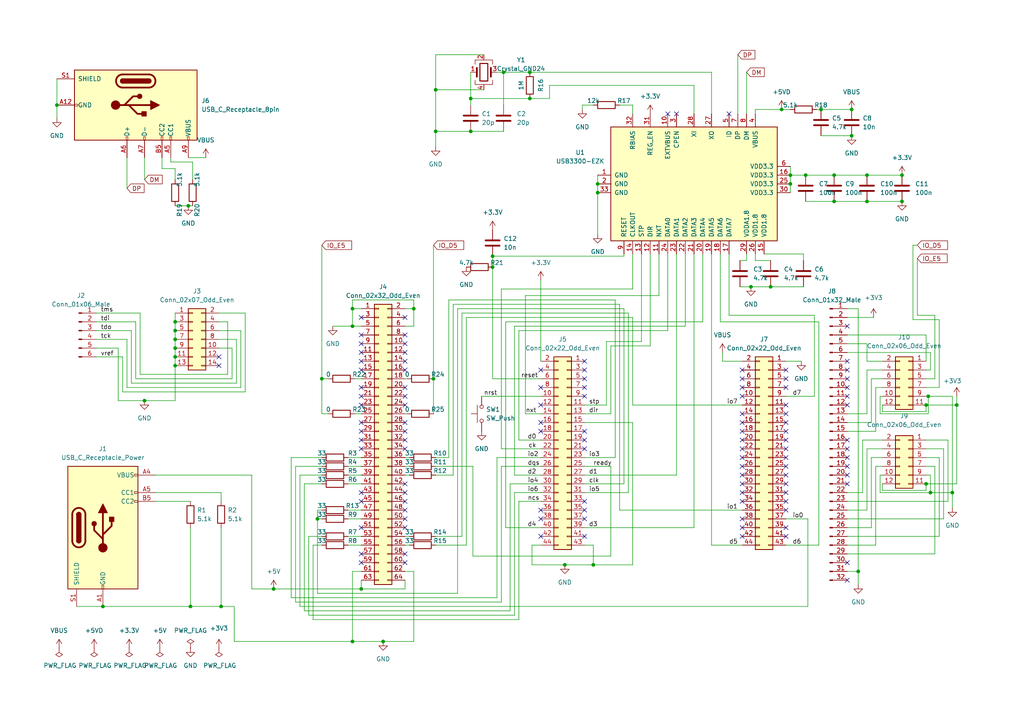
<source format=kicad_sch>
(kicad_sch (version 20211123) (generator eeschema)
  (paper "A4")
  (junction (at 142.875 77.47))
  (junction (at 50.8 106.045))
  (junction (at 50.8 103.505))
  (junction (at 111.125 186.055))
  (junction (at 120.015 89.535))
  (junction (at 50.8 95.885))
  (junction (at 226.695 31.75))
  (junction (at 251.46 58.42))
  (junction (at 93.345 109.855))
  (junction (at 153.67 28.575))
  (junction (at 172.085 163.83))
  (junction (at 241.935 58.42))
  (junction (at 269.24 114.935))
  (junction (at 247.015 39.37))
  (junction (at 41.91 116.205))
  (junction (at 136.525 28.575))
  (junction (at 223.52 83.185))
  (junction (at 173.355 55.88))
  (junction (at 277.495 117.475))
  (junction (at 50.8 93.345))
  (junction (at 136.525 38.1))
  (junction (at 146.05 20.955))
  (junction (at 16.51 30.48))
  (junction (at 229.235 53.34))
  (junction (at 248.92 165.735))
  (junction (at 261.62 58.42))
  (junction (at 163.83 163.83))
  (junction (at 173.355 53.34))
  (junction (at 268.605 117.475))
  (junction (at 64.135 175.895))
  (junction (at 125.73 109.855))
  (junction (at 104.775 170.815))
  (junction (at 92.075 150.495))
  (junction (at 269.875 142.875))
  (junction (at 247.015 31.75))
  (junction (at 153.67 20.955))
  (junction (at 50.8 100.965))
  (junction (at 50.8 98.425))
  (junction (at 261.62 50.8))
  (junction (at 238.125 31.75))
  (junction (at 102.235 94.615))
  (junction (at 276.225 142.875))
  (junction (at 217.805 83.185))
  (junction (at 102.235 89.535))
  (junction (at 54.61 59.69))
  (junction (at 126.365 26.035))
  (junction (at 29.845 175.895))
  (junction (at 55.245 175.895))
  (junction (at 241.935 50.8))
  (junction (at 142.875 74.295))
  (junction (at 126.365 38.1))
  (junction (at 229.235 50.8))
  (junction (at 251.46 50.8))
  (junction (at 102.235 186.055))
  (junction (at 233.68 50.8))
  (junction (at 79.375 170.815))
  (junction (at 268.605 140.335))
  (no_connect (at 215.265 114.935))
  (no_connect (at 245.745 107.315))
  (no_connect (at 245.745 94.615))
  (no_connect (at 245.745 140.335))
  (no_connect (at 117.475 127.635))
  (no_connect (at 227.965 112.395))
  (no_connect (at 215.265 125.095))
  (no_connect (at 227.965 142.875))
  (no_connect (at 117.475 92.075))
  (no_connect (at 245.745 109.855))
  (no_connect (at 169.545 127.635))
  (no_connect (at 215.265 137.795))
  (no_connect (at 215.265 153.035))
  (no_connect (at 215.265 132.715))
  (no_connect (at 227.965 109.855))
  (no_connect (at 117.475 104.775))
  (no_connect (at 156.845 155.575))
  (no_connect (at 117.475 99.695))
  (no_connect (at 227.965 155.575))
  (no_connect (at 227.965 147.955))
  (no_connect (at 227.965 127.635))
  (no_connect (at 117.475 125.095))
  (no_connect (at 117.475 142.875))
  (no_connect (at 117.475 145.415))
  (no_connect (at 104.775 145.415))
  (no_connect (at 193.675 33.02))
  (no_connect (at 196.215 33.02))
  (no_connect (at 211.455 33.02))
  (no_connect (at 117.475 130.175))
  (no_connect (at 117.475 122.555))
  (no_connect (at 227.965 135.255))
  (no_connect (at 245.745 117.475))
  (no_connect (at 215.265 127.635))
  (no_connect (at 104.775 114.935))
  (no_connect (at 104.775 142.875))
  (no_connect (at 227.965 137.795))
  (no_connect (at 117.475 107.315))
  (no_connect (at 215.265 109.855))
  (no_connect (at 104.775 127.635))
  (no_connect (at 117.475 102.235))
  (no_connect (at 156.845 125.095))
  (no_connect (at 169.545 125.095))
  (no_connect (at 117.475 160.655))
  (no_connect (at 169.545 145.415))
  (no_connect (at 104.775 160.655))
  (no_connect (at 117.475 163.195))
  (no_connect (at 117.475 153.035))
  (no_connect (at 117.475 147.955))
  (no_connect (at 104.775 153.035))
  (no_connect (at 169.545 155.575))
  (no_connect (at 63.5 106.045))
  (no_connect (at 63.5 103.505))
  (no_connect (at 227.965 153.035))
  (no_connect (at 227.965 122.555))
  (no_connect (at 117.475 114.935))
  (no_connect (at 215.265 135.255))
  (no_connect (at 104.775 125.095))
  (no_connect (at 245.745 114.935))
  (no_connect (at 245.745 104.775))
  (no_connect (at 104.775 112.395))
  (no_connect (at 104.775 130.175))
  (no_connect (at 104.775 117.475))
  (no_connect (at 245.745 130.175))
  (no_connect (at 227.965 130.175))
  (no_connect (at 227.965 145.415))
  (no_connect (at 227.965 120.015))
  (no_connect (at 215.265 142.875))
  (no_connect (at 117.475 97.155))
  (no_connect (at 215.265 107.315))
  (no_connect (at 104.775 163.195))
  (no_connect (at 245.745 135.255))
  (no_connect (at 104.775 107.315))
  (no_connect (at 104.775 104.775))
  (no_connect (at 104.775 102.235))
  (no_connect (at 104.775 92.075))
  (no_connect (at 104.775 97.155))
  (no_connect (at 104.775 99.695))
  (no_connect (at 117.475 140.335))
  (no_connect (at 156.845 122.555))
  (no_connect (at 156.845 117.475))
  (no_connect (at 156.845 112.395))
  (no_connect (at 156.845 107.315))
  (no_connect (at 104.775 122.555))
  (no_connect (at 169.545 107.315))
  (no_connect (at 169.545 114.935))
  (no_connect (at 169.545 147.955))
  (no_connect (at 156.845 147.955))
  (no_connect (at 169.545 150.495))
  (no_connect (at 156.845 150.495))
  (no_connect (at 169.545 109.855))
  (no_connect (at 169.545 112.395))
  (no_connect (at 169.545 104.775))
  (no_connect (at 169.545 130.175))
  (no_connect (at 215.265 145.415))
  (no_connect (at 215.265 112.395))
  (no_connect (at 245.745 132.715))
  (no_connect (at 245.745 137.795))
  (no_connect (at 215.265 122.555))
  (no_connect (at 215.265 120.015))
  (no_connect (at 245.745 127.635))
  (no_connect (at 117.475 117.475))
  (no_connect (at 227.965 132.715))
  (no_connect (at 215.265 150.495))
  (no_connect (at 227.965 117.475))
  (no_connect (at 117.475 112.395))
  (no_connect (at 245.745 112.395))
  (no_connect (at 227.965 140.335))
  (no_connect (at 215.265 130.175))
  (no_connect (at 215.265 140.335))
  (no_connect (at 227.965 125.095))
  (no_connect (at 245.745 168.275))
  (no_connect (at 245.745 163.195))
  (no_connect (at 117.475 150.495))
  (no_connect (at 227.965 107.315))
  (no_connect (at 215.265 155.575))
  (wire (pts (xy 137.16 135.255) (xy 126.365 135.255)))
  (wire (pts (xy 137.16 161.29) (xy 137.16 135.255)))
  (wire (pts (xy 173.355 50.8) (xy 173.355 53.34)))
  (wire (pts (xy 241.935 58.42) (xy 251.46 58.42)))
  (wire (pts (xy 86.995 175.895) (xy 234.315 175.895)))
  (wire (pts (xy 268.605 140.335) (xy 277.495 140.335)))
  (wire (pts (xy 255.27 137.795) (xy 255.27 142.875)))
  (wire (pts (xy 237.49 93.345) (xy 208.915 93.345)))
  (wire (pts (xy 85.725 135.255) (xy 93.345 135.255)))
  (wire (pts (xy 255.905 142.24) (xy 268.605 142.24)))
  (wire (pts (xy 179.705 30.48) (xy 183.515 30.48)))
  (wire (pts (xy 126.365 38.1) (xy 126.365 42.545)))
  (wire (pts (xy 156.845 109.855) (xy 142.875 109.855)))
  (wire (pts (xy 276.225 142.875) (xy 276.225 147.32)))
  (wire (pts (xy 156.845 137.795) (xy 149.225 137.795)))
  (wire (pts (xy 156.845 158.115) (xy 154.305 158.115)))
  (wire (pts (xy 71.12 90.805) (xy 63.5 90.805)))
  (wire (pts (xy 35.56 103.505) (xy 35.56 113.665)))
  (wire (pts (xy 118.11 109.855) (xy 117.475 109.855)))
  (wire (pts (xy 27.94 98.425) (xy 36.83 98.425)))
  (wire (pts (xy 131.445 137.795) (xy 131.445 88.265)))
  (wire (pts (xy 177.165 120.015) (xy 177.165 100.33)))
  (wire (pts (xy 39.37 109.855) (xy 67.31 109.855)))
  (wire (pts (xy 272.415 92.71) (xy 272.415 112.395)))
  (wire (pts (xy 233.68 50.8) (xy 241.935 50.8)))
  (wire (pts (xy 54.61 59.69) (xy 55.88 59.69)))
  (wire (pts (xy 126.365 26.035) (xy 126.365 38.1)))
  (wire (pts (xy 125.73 71.12) (xy 125.73 109.855)))
  (wire (pts (xy 55.245 153.035) (xy 55.245 175.895)))
  (wire (pts (xy 169.545 135.255) (xy 177.165 135.255)))
  (wire (pts (xy 117.475 120.015) (xy 118.11 120.015)))
  (wire (pts (xy 272.415 132.715) (xy 268.605 132.715)))
  (wire (pts (xy 100.965 147.955) (xy 104.775 147.955)))
  (wire (pts (xy 132.715 89.535) (xy 132.715 172.085)))
  (wire (pts (xy 153.67 20.955) (xy 206.375 20.955)))
  (wire (pts (xy 245.745 120.015) (xy 251.46 120.015)))
  (wire (pts (xy 67.945 186.055) (xy 102.235 186.055)))
  (wire (pts (xy 92.075 150.495) (xy 93.345 150.495)))
  (wire (pts (xy 100.965 140.335) (xy 104.775 140.335)))
  (wire (pts (xy 41.91 45.72) (xy 41.91 52.07)))
  (wire (pts (xy 156.845 153.035) (xy 146.685 153.035)))
  (wire (pts (xy 248.92 165.735) (xy 245.745 165.735)))
  (wire (pts (xy 73.025 170.815) (xy 79.375 170.815)))
  (wire (pts (xy 145.415 174.625) (xy 85.725 174.625)))
  (wire (pts (xy 183.515 122.555) (xy 183.515 163.83)))
  (wire (pts (xy 251.46 58.42) (xy 261.62 58.42)))
  (wire (pts (xy 268.605 97.155) (xy 268.605 104.775)))
  (wire (pts (xy 50.8 90.805) (xy 50.8 93.345)))
  (wire (pts (xy 179.705 147.955) (xy 215.265 147.955)))
  (wire (pts (xy 193.675 95.885) (xy 193.675 73.66)))
  (wire (pts (xy 172.085 163.83) (xy 183.515 163.83)))
  (wire (pts (xy 255.905 135.255) (xy 254 135.255)))
  (wire (pts (xy 169.545 142.875) (xy 182.245 142.875)))
  (wire (pts (xy 183.515 92.075) (xy 135.255 92.075)))
  (wire (pts (xy 268.605 114.935) (xy 269.24 114.935)))
  (wire (pts (xy 268.605 119.38) (xy 268.605 117.475)))
  (wire (pts (xy 46.99 45.72) (xy 46.99 48.895)))
  (wire (pts (xy 100.965 155.575) (xy 104.775 155.575)))
  (wire (pts (xy 245.745 102.235) (xy 269.875 102.235)))
  (wire (pts (xy 233.68 58.42) (xy 241.935 58.42)))
  (wire (pts (xy 120.015 165.735) (xy 117.475 165.735)))
  (wire (pts (xy 27.94 93.345) (xy 39.37 93.345)))
  (wire (pts (xy 173.355 55.88) (xy 173.355 67.945)))
  (wire (pts (xy 102.235 186.055) (xy 111.125 186.055)))
  (wire (pts (xy 156.845 130.175) (xy 145.415 130.175)))
  (wire (pts (xy 248.92 165.735) (xy 248.92 169.545)))
  (wire (pts (xy 120.015 186.055) (xy 120.015 165.735)))
  (wire (pts (xy 102.235 86.995) (xy 102.235 89.535)))
  (wire (pts (xy 245.745 92.075) (xy 253.365 92.075)))
  (wire (pts (xy 163.83 163.83) (xy 172.085 163.83)))
  (wire (pts (xy 146.685 93.345) (xy 203.835 93.345)))
  (wire (pts (xy 216.535 20.955) (xy 216.535 33.02)))
  (wire (pts (xy 100.965 132.715) (xy 104.775 132.715)))
  (wire (pts (xy 96.52 94.615) (xy 102.235 94.615)))
  (wire (pts (xy 55.245 175.895) (xy 64.135 175.895)))
  (wire (pts (xy 182.245 90.805) (xy 182.245 142.875)))
  (wire (pts (xy 50.8 106.045) (xy 50.8 116.205)))
  (wire (pts (xy 126.365 132.715) (xy 130.175 132.715)))
  (wire (pts (xy 102.235 94.615) (xy 104.775 94.615)))
  (wire (pts (xy 154.305 158.115) (xy 154.305 163.83)))
  (wire (pts (xy 100.965 137.795) (xy 104.775 137.795)))
  (wire (pts (xy 64.135 175.895) (xy 67.945 175.895)))
  (wire (pts (xy 251.46 120.015) (xy 251.46 107.315)))
  (wire (pts (xy 180.975 74.295) (xy 180.975 73.66)))
  (wire (pts (xy 238.125 31.75) (xy 247.015 31.75)))
  (wire (pts (xy 255.905 140.335) (xy 255.905 142.24)))
  (wire (pts (xy 38.1 111.125) (xy 68.58 111.125)))
  (wire (pts (xy 245.745 122.555) (xy 252.73 122.555)))
  (wire (pts (xy 206.375 20.955) (xy 206.375 33.02)))
  (wire (pts (xy 104.775 120.015) (xy 102.87 120.015)))
  (wire (pts (xy 169.545 140.335) (xy 180.975 140.335)))
  (wire (pts (xy 266.065 74.93) (xy 266.065 91.44)))
  (wire (pts (xy 35.56 113.665) (xy 71.12 113.665)))
  (wire (pts (xy 154.305 163.83) (xy 163.83 163.83)))
  (wire (pts (xy 49.53 46.99) (xy 55.88 46.99)))
  (wire (pts (xy 266.065 71.12) (xy 264.795 71.12)))
  (wire (pts (xy 217.805 83.185) (xy 223.52 83.185)))
  (wire (pts (xy 50.8 59.69) (xy 54.61 59.69)))
  (wire (pts (xy 64.135 153.035) (xy 64.135 175.895)))
  (wire (pts (xy 100.965 158.115) (xy 104.775 158.115)))
  (wire (pts (xy 219.075 75.565) (xy 223.52 75.565)))
  (wire (pts (xy 180.975 140.335) (xy 180.975 89.535)))
  (wire (pts (xy 206.375 158.115) (xy 206.375 73.66)))
  (wire (pts (xy 131.445 88.265) (xy 179.705 88.265)))
  (wire (pts (xy 67.945 175.895) (xy 67.945 186.055)))
  (wire (pts (xy 120.015 86.995) (xy 102.235 86.995)))
  (wire (pts (xy 135.255 92.075) (xy 135.255 158.115)))
  (wire (pts (xy 206.375 158.115) (xy 215.265 158.115)))
  (wire (pts (xy 100.965 135.255) (xy 104.775 135.255)))
  (wire (pts (xy 118.745 135.255) (xy 117.475 135.255)))
  (wire (pts (xy 271.145 160.655) (xy 245.745 160.655)))
  (wire (pts (xy 146.685 153.035) (xy 146.685 93.345)))
  (wire (pts (xy 79.375 170.815) (xy 104.775 170.815)))
  (wire (pts (xy 156.845 127.635) (xy 150.495 127.635)))
  (wire (pts (xy 136.525 20.955) (xy 136.525 28.575)))
  (wire (pts (xy 73.025 137.795) (xy 73.025 170.815)))
  (wire (pts (xy 255.905 117.475) (xy 255.905 119.38)))
  (wire (pts (xy 177.165 100.33) (xy 188.595 100.33)))
  (wire (pts (xy 92.075 150.495) (xy 92.075 147.955)))
  (wire (pts (xy 252.73 132.715) (xy 252.73 153.035)))
  (wire (pts (xy 55.88 46.99) (xy 55.88 52.07)))
  (wire (pts (xy 126.365 158.115) (xy 135.255 158.115)))
  (wire (pts (xy 268.605 137.795) (xy 269.875 137.795)))
  (wire (pts (xy 255.27 114.935) (xy 255.27 120.015)))
  (wire (pts (xy 169.545 137.795) (xy 196.215 137.795)))
  (wire (pts (xy 251.46 147.955) (xy 251.46 130.175)))
  (wire (pts (xy 215.265 104.775) (xy 209.55 104.775)))
  (wire (pts (xy 45.085 137.795) (xy 73.025 137.795)))
  (wire (pts (xy 145.415 135.255) (xy 145.415 174.625)))
  (wire (pts (xy 92.075 172.085) (xy 92.075 150.495)))
  (wire (pts (xy 159.385 28.575) (xy 159.385 24.765)))
  (wire (pts (xy 233.045 75.565) (xy 233.045 73.66)))
  (wire (pts (xy 50.8 93.345) (xy 50.8 95.885)))
  (wire (pts (xy 104.775 150.495) (xy 100.965 150.495)))
  (wire (pts (xy 183.515 117.475) (xy 215.265 117.475)))
  (wire (pts (xy 153.67 28.575) (xy 159.385 28.575)))
  (wire (pts (xy 117.475 168.275) (xy 117.475 170.815)))
  (wire (pts (xy 120.015 94.615) (xy 120.015 89.535)))
  (wire (pts (xy 85.725 135.255) (xy 85.725 174.625)))
  (wire (pts (xy 245.745 97.155) (xy 268.605 97.155)))
  (wire (pts (xy 64.135 142.875) (xy 64.135 145.415)))
  (wire (pts (xy 147.955 140.335) (xy 147.955 177.165)))
  (wire (pts (xy 89.535 155.575) (xy 93.345 155.575)))
  (wire (pts (xy 268.605 117.475) (xy 277.495 117.475)))
  (wire (pts (xy 95.25 120.015) (xy 93.345 120.015)))
  (wire (pts (xy 146.05 30.48) (xy 146.05 20.955)))
  (wire (pts (xy 45.085 145.415) (xy 55.245 145.415)))
  (wire (pts (xy 264.795 71.12) (xy 264.795 92.71)))
  (wire (pts (xy 38.1 95.885) (xy 38.1 111.125)))
  (wire (pts (xy 29.845 175.895) (xy 55.245 175.895)))
  (wire (pts (xy 86.995 137.795) (xy 93.345 137.795)))
  (wire (pts (xy 245.745 99.695) (xy 251.46 99.695)))
  (wire (pts (xy 229.235 31.75) (xy 226.695 31.75)))
  (wire (pts (xy 227.965 158.115) (xy 237.49 158.115)))
  (wire (pts (xy 172.085 158.115) (xy 172.085 163.83)))
  (wire (pts (xy 180.975 89.535) (xy 132.715 89.535)))
  (wire (pts (xy 67.31 100.965) (xy 63.5 100.965)))
  (wire (pts (xy 27.94 103.505) (xy 35.56 103.505)))
  (wire (pts (xy 152.4 120.015) (xy 152.4 85.725)))
  (wire (pts (xy 95.25 109.855) (xy 93.345 109.855)))
  (wire (pts (xy 273.685 130.175) (xy 268.605 130.175)))
  (wire (pts (xy 269.875 107.315) (xy 268.605 107.315)))
  (wire (pts (xy 266.065 91.44) (xy 271.145 91.44)))
  (wire (pts (xy 271.145 91.44) (xy 271.145 109.855)))
  (wire (pts (xy 252.73 109.855) (xy 255.905 109.855)))
  (wire (pts (xy 169.545 117.475) (xy 175.895 117.475)))
  (wire (pts (xy 178.435 86.995) (xy 130.175 86.995)))
  (wire (pts (xy 34.29 116.205) (xy 41.91 116.205)))
  (wire (pts (xy 255.27 120.015) (xy 269.24 120.015)))
  (wire (pts (xy 150.495 95.885) (xy 193.675 95.885)))
  (wire (pts (xy 140.335 15.875) (xy 126.365 15.875)))
  (wire (pts (xy 63.5 95.885) (xy 69.85 95.885)))
  (wire (pts (xy 236.22 91.44) (xy 211.455 91.44)))
  (wire (pts (xy 208.915 93.345) (xy 208.915 73.66)))
  (wire (pts (xy 274.955 145.415) (xy 274.955 127.635)))
  (wire (pts (xy 139.7 114.935) (xy 156.845 114.935)))
  (wire (pts (xy 126.365 38.1) (xy 136.525 38.1)))
  (wire (pts (xy 84.455 173.355) (xy 144.145 173.355)))
  (wire (pts (xy 254 125.095) (xy 254 112.395)))
  (wire (pts (xy 238.125 39.37) (xy 247.015 39.37)))
  (wire (pts (xy 71.12 113.665) (xy 71.12 90.805)))
  (wire (pts (xy 236.22 114.935) (xy 236.22 91.44)))
  (wire (pts (xy 245.745 155.575) (xy 272.415 155.575)))
  (wire (pts (xy 203.835 93.345) (xy 203.835 73.66)))
  (wire (pts (xy 169.545 132.715) (xy 178.435 132.715)))
  (wire (pts (xy 90.805 158.115) (xy 93.345 158.115)))
  (wire (pts (xy 50.8 95.885) (xy 50.8 98.425)))
  (wire (pts (xy 227.965 150.495) (xy 234.315 150.495)))
  (wire (pts (xy 219.075 73.66) (xy 219.075 75.565)))
  (wire (pts (xy 251.46 104.775) (xy 255.905 104.775)))
  (wire (pts (xy 142.875 74.295) (xy 180.975 74.295)))
  (wire (pts (xy 264.795 92.71) (xy 272.415 92.71)))
  (wire (pts (xy 50.8 48.895) (xy 50.8 52.07)))
  (wire (pts (xy 46.99 48.895) (xy 50.8 48.895)))
  (wire (pts (xy 255.905 119.38) (xy 268.605 119.38)))
  (wire (pts (xy 93.345 109.855) (xy 93.345 120.015)))
  (wire (pts (xy 147.955 140.335) (xy 156.845 140.335)))
  (wire (pts (xy 149.225 137.795) (xy 149.225 94.615)))
  (wire (pts (xy 238.125 31.75) (xy 236.855 31.75)))
  (wire (pts (xy 39.37 93.345) (xy 39.37 109.855)))
  (wire (pts (xy 102.235 89.535) (xy 104.775 89.535)))
  (wire (pts (xy 273.685 150.495) (xy 273.685 130.175)))
  (wire (pts (xy 130.175 86.995) (xy 130.175 132.715)))
  (wire (pts (xy 216.535 75.565) (xy 214.63 75.565)))
  (wire (pts (xy 34.29 100.965) (xy 34.29 116.205)))
  (wire (pts (xy 125.73 120.015) (xy 125.73 109.855)))
  (wire (pts (xy 269.875 142.875) (xy 276.225 142.875)))
  (wire (pts (xy 84.455 132.715) (xy 93.345 132.715)))
  (wire (pts (xy 67.31 100.965) (xy 67.31 109.855)))
  (wire (pts (xy 183.515 92.075) (xy 183.515 117.475)))
  (wire (pts (xy 142.875 77.47) (xy 142.875 74.295)))
  (wire (pts (xy 245.745 145.415) (xy 274.955 145.415)))
  (wire (pts (xy 255.27 142.875) (xy 269.875 142.875)))
  (wire (pts (xy 89.535 178.435) (xy 149.225 178.435)))
  (wire (pts (xy 147.955 177.165) (xy 88.265 177.165)))
  (wire (pts (xy 255.905 114.935) (xy 255.27 114.935)))
  (wire (pts (xy 104.775 170.815) (xy 104.775 168.275)))
  (wire (pts (xy 201.295 24.765) (xy 201.295 33.02)))
  (wire (pts (xy 268.605 142.24) (xy 268.605 140.335)))
  (wire (pts (xy 254 135.255) (xy 254 158.115)))
  (wire (pts (xy 84.455 173.355) (xy 84.455 132.715)))
  (wire (pts (xy 252.73 122.555) (xy 252.73 109.855)))
  (wire (pts (xy 16.51 30.48) (xy 16.51 22.86)))
  (wire (pts (xy 251.46 130.175) (xy 255.905 130.175)))
  (wire (pts (xy 145.415 83.82) (xy 183.515 83.82)))
  (wire (pts (xy 136.525 38.1) (xy 146.05 38.1)))
  (wire (pts (xy 211.455 91.44) (xy 211.455 73.66)))
  (wire (pts (xy 196.215 137.795) (xy 196.215 73.66)))
  (wire (pts (xy 277.495 117.475) (xy 277.495 114.935)))
  (wire (pts (xy 156.845 104.775) (xy 156.845 81.28)))
  (wire (pts (xy 269.24 120.015) (xy 269.24 114.935)))
  (wire (pts (xy 269.875 102.235) (xy 269.875 107.315)))
  (wire (pts (xy 183.515 30.48) (xy 183.515 33.02)))
  (wire (pts (xy 254 112.395) (xy 255.905 112.395)))
  (wire (pts (xy 245.745 147.955) (xy 251.46 147.955)))
  (wire (pts (xy 237.49 158.115) (xy 237.49 93.345)))
  (wire (pts (xy 145.415 135.255) (xy 156.845 135.255)))
  (wire (pts (xy 198.755 94.615) (xy 198.755 73.66)))
  (wire (pts (xy 142.875 109.855) (xy 142.875 77.47)))
  (wire (pts (xy 120.015 89.535) (xy 120.015 86.995)))
  (wire (pts (xy 88.265 140.335) (xy 93.345 140.335)))
  (wire (pts (xy 144.145 132.715) (xy 156.845 132.715)))
  (wire (pts (xy 245.745 125.095) (xy 254 125.095)))
  (wire (pts (xy 241.935 50.8) (xy 251.46 50.8)))
  (wire (pts (xy 245.745 150.495) (xy 273.685 150.495)))
  (wire (pts (xy 40.64 90.805) (xy 40.64 108.585)))
  (wire (pts (xy 133.985 90.805) (xy 133.985 155.575)))
  (wire (pts (xy 271.145 135.255) (xy 271.145 160.655)))
  (wire (pts (xy 27.94 100.965) (xy 34.29 100.965)))
  (wire (pts (xy 175.895 99.06) (xy 186.055 99.06)))
  (wire (pts (xy 88.265 140.335) (xy 88.265 177.165)))
  (wire (pts (xy 250.19 142.875) (xy 245.745 142.875)))
  (wire (pts (xy 144.145 132.715) (xy 144.145 173.355)))
  (wire (pts (xy 49.53 45.72) (xy 49.53 46.99)))
  (wire (pts (xy 63.5 98.425) (xy 68.58 98.425)))
  (wire (pts (xy 276.225 114.935) (xy 276.225 142.875)))
  (wire (pts (xy 254 158.115) (xy 245.745 158.115)))
  (wire (pts (xy 269.875 137.795) (xy 269.875 142.875)))
  (wire (pts (xy 169.545 122.555) (xy 183.515 122.555)))
  (wire (pts (xy 40.64 108.585) (xy 66.04 108.585)))
  (wire (pts (xy 89.535 178.435) (xy 89.535 155.575)))
  (wire (pts (xy 179.705 147.955) (xy 179.705 88.265)))
  (wire (pts (xy 172.085 30.48) (xy 168.91 30.48)))
  (wire (pts (xy 104.775 109.855) (xy 102.87 109.855)))
  (wire (pts (xy 245.745 153.035) (xy 252.73 153.035)))
  (wire (pts (xy 54.61 45.72) (xy 59.69 45.72)))
  (wire (pts (xy 245.745 89.535) (xy 248.92 89.535)))
  (wire (pts (xy 93.345 71.12) (xy 93.345 109.855)))
  (wire (pts (xy 150.495 127.635) (xy 150.495 95.885)))
  (wire (pts (xy 86.995 175.895) (xy 86.995 137.795)))
  (wire (pts (xy 268.605 135.255) (xy 271.145 135.255)))
  (wire (pts (xy 175.895 117.475) (xy 175.895 99.06)))
  (wire (pts (xy 191.135 85.725) (xy 191.135 73.66)))
  (wire (pts (xy 229.235 50.8) (xy 233.68 50.8)))
  (wire (pts (xy 149.225 178.435) (xy 149.225 142.875)))
  (wire (pts (xy 255.905 127.635) (xy 250.19 127.635)))
  (wire (pts (xy 178.435 132.715) (xy 178.435 86.995)))
  (wire (pts (xy 150.495 145.415) (xy 150.495 179.705)))
  (wire (pts (xy 227.965 104.775) (xy 232.41 104.775)))
  (wire (pts (xy 68.58 98.425) (xy 68.58 111.125)))
  (wire (pts (xy 133.985 90.805) (xy 182.245 90.805)))
  (wire (pts (xy 144.145 20.955) (xy 146.05 20.955)))
  (wire (pts (xy 213.995 15.875) (xy 213.995 33.02)))
  (wire (pts (xy 145.415 130.175) (xy 145.415 83.82)))
  (wire (pts (xy 136.525 28.575) (xy 153.67 28.575)))
  (wire (pts (xy 183.515 83.82) (xy 183.515 73.66)))
  (wire (pts (xy 149.225 94.615) (xy 198.755 94.615)))
  (wire (pts (xy 16.51 34.29) (xy 16.51 30.48)))
  (wire (pts (xy 156.845 120.015) (xy 152.4 120.015)))
  (wire (pts (xy 271.145 109.855) (xy 268.605 109.855)))
  (wire (pts (xy 50.8 103.505) (xy 50.8 106.045)))
  (wire (pts (xy 277.495 117.475) (xy 277.495 140.335)))
  (wire (pts (xy 227.965 114.935) (xy 236.22 114.935)))
  (wire (pts (xy 117.475 89.535) (xy 120.015 89.535)))
  (wire (pts (xy 92.075 147.955) (xy 93.345 147.955)))
  (wire (pts (xy 50.8 100.965) (xy 50.8 103.505)))
  (wire (pts (xy 27.94 95.885) (xy 38.1 95.885)))
  (wire (pts (xy 177.165 135.255) (xy 177.165 161.29)))
  (wire (pts (xy 50.8 98.425) (xy 50.8 100.965)))
  (wire (pts (xy 36.83 112.395) (xy 69.85 112.395)))
  (wire (pts (xy 117.475 94.615) (xy 120.015 94.615)))
  (wire (pts (xy 104.775 170.815) (xy 117.475 170.815)))
  (wire (pts (xy 27.94 90.805) (xy 40.64 90.805)))
  (wire (pts (xy 169.545 120.015) (xy 177.165 120.015)))
  (wire (pts (xy 102.235 165.735) (xy 104.775 165.735)))
  (wire (pts (xy 117.475 132.715) (xy 118.745 132.715)))
  (wire (pts (xy 201.295 153.035) (xy 201.295 73.66)))
  (wire (pts (xy 66.04 93.345) (xy 63.5 93.345)))
  (wire (pts (xy 36.83 98.425) (xy 36.83 112.395)))
  (wire (pts (xy 233.045 73.66) (xy 221.615 73.66)))
  (wire (pts (xy 22.225 175.895) (xy 29.845 175.895)))
  (wire (pts (xy 274.955 127.635) (xy 268.605 127.635)))
  (wire (pts (xy 126.365 137.795) (xy 131.445 137.795)))
  (wire (pts (xy 219.075 31.75) (xy 226.695 31.75)))
  (wire (pts (xy 117.475 158.115) (xy 118.745 158.115)))
  (wire (pts (xy 36.83 45.72) (xy 36.83 54.61)))
  (wire (pts (xy 126.365 15.875) (xy 126.365 26.035)))
  (wire (pts (xy 117.475 155.575) (xy 118.745 155.575)))
  (wire (pts (xy 136.525 28.575) (xy 136.525 30.48)))
  (wire (pts (xy 186.055 73.66) (xy 186.055 99.06)))
  (wire (pts (xy 102.235 165.735) (xy 102.235 186.055)))
  (wire (pts (xy 229.235 53.34) (xy 229.235 55.88)))
  (wire (pts (xy 126.365 155.575) (xy 133.985 155.575)))
  (wire (pts (xy 140.335 26.035) (xy 126.365 26.035)))
  (wire (pts (xy 146.05 20.955) (xy 153.67 20.955)))
  (wire (pts (xy 255.905 132.715) (xy 252.73 132.715)))
  (wire (pts (xy 156.845 142.875) (xy 149.225 142.875)))
  (wire (pts (xy 209.55 104.775) (xy 209.55 102.235)))
  (wire (pts (xy 251.46 50.8) (xy 261.62 50.8)))
  (wire (pts (xy 251.46 107.315) (xy 255.905 107.315)))
  (wire (pts (xy 223.52 83.185) (xy 233.045 83.185)))
  (wire (pts (xy 272.415 155.575) (xy 272.415 132.715)))
  (wire (pts (xy 69.85 95.885) (xy 69.85 112.395)))
  (wire (pts (xy 66.04 108.585) (xy 66.04 93.345)))
  (wire (pts (xy 150.495 179.705) (xy 90.805 179.705)))
  (wire (pts (xy 216.535 73.66) (xy 216.535 75.565)))
  (wire (pts (xy 269.24 114.935) (xy 276.225 114.935)))
  (wire (pts (xy 250.19 127.635) (xy 250.19 142.875)))
  (wire (pts (xy 255.905 137.795) (xy 255.27 137.795)))
  (wire (pts (xy 248.92 89.535) (xy 248.92 165.735)))
  (wire (pts (xy 188.595 100.33) (xy 188.595 73.66)))
  (wire (pts (xy 159.385 24.765) (xy 201.295 24.765)))
  (wire (pts (xy 156.845 145.415) (xy 150.495 145.415)))
  (wire (pts (xy 102.235 89.535) (xy 102.235 94.615)))
  (wire (pts (xy 90.805 179.705) (xy 90.805 158.115)))
  (wire (pts (xy 251.46 99.695) (xy 251.46 104.775)))
  (wire (pts (xy 272.415 112.395) (xy 268.605 112.395)))
  (wire (pts (xy 117.475 137.795) (xy 118.745 137.795)))
  (wire (pts (xy 219.075 31.75) (xy 219.075 33.02)))
  (wire (pts (xy 45.085 142.875) (xy 64.135 142.875)))
  (wire (pts (xy 173.355 53.34) (xy 173.355 55.88)))
  (wire (pts (xy 169.545 153.035) (xy 201.295 153.035)))
  (wire (pts (xy 168.91 30.48) (xy 168.91 31.75)))
  (wire (pts (xy 169.545 158.115) (xy 172.085 158.115)))
  (wire (pts (xy 177.165 161.29) (xy 137.16 161.29)))
  (wire (pts (xy 111.125 186.055) (xy 120.015 186.055)))
  (wire (pts (xy 229.235 48.26) (xy 229.235 50.8)))
  (wire (pts (xy 152.4 85.725) (xy 191.135 85.725)))
  (wire (pts (xy 132.715 172.085) (xy 92.075 172.085)))
  (wire (pts (xy 234.315 150.495) (xy 234.315 175.895)))
  (wire (pts (xy 41.91 116.205) (xy 50.8 116.205)))
  (wire (pts (xy 229.235 50.8) (xy 229.235 53.34)))
  (wire (pts (xy 214.63 83.185) (xy 217.805 83.185)))
  (label "io3" (at 170.815 132.715 0))
  (label "ck" (at 155.575 130.175 180))
  (label "d5" (at 211.455 158.115 0))
  (label "tdo" (at 29.21 95.885 0))
  (label "io1" (at 210.82 147.955 0))
  (label "reset" (at 151.13 109.855 0))
  (label "d0" (at 155.575 127.635 180))
  (label "tck" (at 29.21 98.425 0))
  (label "tms" (at 29.21 90.805 0))
  (label "d3" (at 173.355 153.035 180))
  (label "stp" (at 170.815 117.475 0))
  (label "d6" (at 229.87 158.115 0))
  (label "dqs" (at 153.035 135.255 0))
  (label "io4" (at 153.035 140.335 0))
  (label "io5" (at 170.815 142.875 0))
  (label "ready" (at 172.085 135.255 0))
  (label "d1" (at 173.355 137.795 180))
  (label "d2" (at 155.575 137.795 180))
  (label "vref" (at 29.21 103.505 0))
  (label "io7" (at 210.82 117.475 0))
  (label "ncs" (at 153.035 145.415 0))
  (label "io2" (at 153.035 132.715 0))
  (label "dir" (at 170.815 120.015 0))
  (label "nrst" (at 140.335 114.935 0))
  (label "nxt" (at 155.575 120.015 180))
  (label "io0" (at 229.87 150.495 0))
  (label "io6" (at 153.035 142.875 0))
  (label "d4" (at 155.575 153.035 180))
  (label "d7" (at 229.87 114.935 0))
  (label "tdi" (at 29.21 93.345 0))
  (label "clk" (at 170.815 140.335 0))
  (global_label "DP" (shape input) (at 36.83 54.61 0) (property "Intersheet References" "${INTERSHEET_REFS}" (effects hide)))
  (global_label "DP" (shape input) (at 213.995 15.875 0) (property "Intersheet References" "${INTERSHEET_REFS}" (effects hide)))
  (global_label "IO_D5 " (shape input) (at 266.065 71.12 0) (property "Intersheet References" "${INTERSHEET_REFS}" (effects hide)))
  (global_label "IO_D5 " (shape input) (at 125.73 71.12 0) (property "Intersheet References" "${INTERSHEET_REFS}" (effects hide)))
  (global_label "DM" (shape input) (at 216.535 20.955 0) (property "Intersheet References" "${INTERSHEET_REFS}" (effects hide)))
  (global_label "DM" (shape input) (at 41.91 52.07 0) (property "Intersheet References" "${INTERSHEET_REFS}" (effects hide)))
  (global_label "IO_E5 " (shape input) (at 266.065 74.93 0) (property "Intersheet References" "${INTERSHEET_REFS}" (effects hide)))
  (global_label "IO_E5 " (shape input) (at 93.345 71.12 0) (property "Intersheet References" "${INTERSHEET_REFS}" (effects hide)))
  (symbol (lib_id "power:PWR_FLAG") (at 27.305 187.96 0) (mirror x) (unit 1)
    (property "Reference" "#FLG01" (effects hide))
    (property "Value" "PWR_FLAG" (at 32.385 193.04 0) (effects (justify right)))
  )
  (symbol (lib_id "Device:C") (at 146.05 34.29 0) (unit 1)
    (property "Reference" "C2" (at 149.86 33.0199 0) (effects (justify left)))
    (property "Value" "20p" (at 149.86 35.5599 0) (effects (justify left)))
    (property "Footprint" "Capacitor_SMD:C_1206_3216Metric_Pad1.33x1.80mm_HandSolder" (effects hide))
  )
  (symbol (lib_id "Connector_Generic:Conn_02x22_Odd_Even") (at 222.885 130.175 0) (mirror y) (unit 1)
    (property "Reference" "J7" (at 221.615 98.425 0))
    (property "Value" "Conn_02x22_Odd_Even" (at 221.615 100.965 0))
    (property "Footprint" "Connector_PinSocket_2.54mm:PinSocket_2x22_P2.54mm_Vertical" (effects hide))
  )
  (symbol (lib_id "power:GND") (at 248.92 169.545 0) (unit 1)
    (property "Reference" "#PWR023" (effects hide))
    (property "Value" "GND" (at 248.92 174.625 0))
  )
  (symbol (lib_id "Device:R") (at 122.555 135.255 270) (unit 1)
    (property "Reference" "R11" (at 127.635 133.985 90))
    (property "Value" "33" (at 118.745 133.985 90))
    (property "Footprint" "Resistor_SMD:R_1206_3216Metric_Pad1.30x1.75mm_HandSolder" (effects hide))
  )
  (symbol (lib_id "power:+5VD") (at 226.695 31.75 0) (unit 1)
    (property "Reference" "#PWR016" (effects hide))
    (property "Value" "+5VD" (at 226.695 26.67 0))
  )
  (symbol (lib_id "Device:R") (at 97.155 135.255 270) (unit 1)
    (property "Reference" "R4" (at 102.235 133.985 90))
    (property "Value" "33" (at 93.345 133.985 90))
    (property "Footprint" "Resistor_SMD:R_1206_3216Metric_Pad1.30x1.75mm_HandSolder" (effects hide))
  )
  (symbol (lib_id "power:GND") (at 247.015 39.37 0) (unit 1)
    (property "Reference" "#PWR017" (effects hide))
    (property "Value" "GND" (at 247.015 44.45 0))
  )
  (symbol (lib_id "power:GND") (at 261.62 58.42 0) (unit 1)
    (property "Reference" "#PWR020" (effects hide))
    (property "Value" "GND" (at 261.62 63.5 0))
  )
  (symbol (lib_id "Device:R") (at 55.245 149.225 0) (unit 1)
    (property "Reference" "R1" (at 57.15 147.9549 0) (effects (justify left)))
    (property "Value" "5.1k" (at 57.15 150.4949 0) (effects (justify left)))
    (property "Footprint" "Resistor_SMD:R_1206_3216Metric_Pad1.30x1.75mm_HandSolder" (effects hide))
  )
  (symbol (lib_id "Device:R") (at 97.155 158.115 270) (unit 1)
    (property "Reference" "R8" (at 102.235 156.845 90))
    (property "Value" "33" (at 93.345 156.845 90))
    (property "Footprint" "Resistor_SMD:R_1206_3216Metric_Pad1.30x1.75mm_HandSolder" (effects hide))
  )
  (symbol (lib_id "My:USB_C_Receptacle_8pin") (at 39.37 30.48 270) (unit 1)
    (property "Reference" "J6" (at 58.42 29.2099 90) (effects (justify left)))
    (property "Value" "USB_C_Receptacle_8pin" (at 58.42 31.7499 90) (effects (justify left)))
    (property "Footprint" "My:USB_C_Receptacle_8pin" (effects hide))
  )
  (symbol (lib_id "Device:R") (at 233.045 31.75 270) (unit 1)
    (property "Reference" "R18" (at 238.125 30.48 90))
    (property "Value" "5.1k" (at 229.235 30.48 90))
    (property "Footprint" "Resistor_SMD:R_1206_3216Metric_Pad1.30x1.75mm_HandSolder" (effects hide))
  )
  (symbol (lib_id "power:GND") (at 276.225 147.32 0) (unit 1)
    (property "Reference" "#PWR031" (effects hide))
    (property "Value" "GND" (at 276.225 152.4 0))
  )
  (symbol (lib_id "Device:R") (at 97.155 137.795 270) (unit 1)
    (property "Reference" "R5" (at 102.235 136.525 90))
    (property "Value" "33" (at 93.345 136.525 90))
    (property "Footprint" "Resistor_SMD:R_1206_3216Metric_Pad1.30x1.75mm_HandSolder" (effects hide))
  )
  (symbol (lib_id "power:+5VD") (at 27.305 187.96 0) (unit 1)
    (property "Reference" "#PWR01" (effects hide))
    (property "Value" "+5VD" (at 27.305 182.88 0))
  )
  (symbol (lib_id "Device:R") (at 64.135 149.225 0) (unit 1)
    (property "Reference" "R2" (at 66.04 147.9549 0) (effects (justify left)))
    (property "Value" "5.1k" (at 66.04 150.4949 0) (effects (justify left)))
    (property "Footprint" "Resistor_SMD:R_1206_3216Metric_Pad1.30x1.75mm_HandSolder" (effects hide))
  )
  (symbol (lib_id "Connector_Generic:Conn_02x06_Odd_Even") (at 263.525 132.715 0) (mirror y) (unit 1)
    (property "Reference" "J9" (at 262.255 120.65 0))
    (property "Value" "Conn_02x06_Odd_Even" (at 262.255 123.19 0))
    (property "Footprint" "Connector_PinSocket_2.54mm:PinSocket_2x06_P2.54mm_Vertical" (effects hide))
  )
  (symbol (lib_id "power:GND") (at 135.255 77.47 0) (unit 1)
    (property "Reference" "#PWR024" (effects hide))
    (property "Value" "GND" (at 135.255 82.55 0))
  )
  (symbol (lib_id "Device:R") (at 99.06 109.855 270) (unit 1)
    (property "Reference" "R22" (at 104.14 108.585 90))
    (property "Value" "0" (at 95.25 108.585 90))
    (property "Footprint" "Resistor_SMD:R_1206_3216Metric_Pad1.30x1.75mm_HandSolder" (effects hide))
  )
  (symbol (lib_id "Device:C") (at 261.62 54.61 0) (unit 1)
    (property "Reference" "C11" (at 265.43 53.3399 0) (effects (justify left)))
    (property "Value" "100n" (at 265.43 55.8799 0) (effects (justify left)))
    (property "Footprint" "Capacitor_SMD:C_1206_3216Metric_Pad1.33x1.80mm_HandSolder" (effects hide))
  )
  (symbol (lib_id "Connector:Conn_01x32_Male") (at 240.665 127.635 0) (unit 1)
    (property "Reference" "J8" (at 241.3 84.455 0))
    (property "Value" "Conn_01x32_Male" (at 241.3 86.995 0))
    (property "Footprint" "Connector_PinSocket_2.54mm:PinSocket_1x32_P2.54mm_Vertical" (effects hide))
  )
  (symbol (lib_id "Device:R") (at 175.895 30.48 270) (unit 1)
    (property "Reference" "R17" (at 180.975 29.21 90))
    (property "Value" "12k" (at 172.085 29.21 90))
    (property "Footprint" "Resistor_SMD:R_1206_3216Metric_Pad1.30x1.75mm_HandSolder" (effects hide))
  )
  (symbol (lib_id "Connector_Generic:Conn_02x06_Odd_Even") (at 263.525 109.855 0) (mirror y) (unit 1)
    (property "Reference" "J10" (at 262.255 97.79 0))
    (property "Value" "Conn_02x06_Odd_Even" (at 262.255 100.33 0))
    (property "Footprint" "Connector_PinSocket_2.54mm:PinSocket_2x06_P2.54mm_Vertical" (effects hide))
  )
  (symbol (lib_id "power:VBUS") (at 247.015 31.75 0) (unit 1)
    (property "Reference" "#PWR027" (effects hide))
    (property "Value" "VBUS" (at 247.015 26.67 0))
  )
  (symbol (lib_id "Device:R") (at 97.155 150.495 270) (unit 1)
    (property "Reference" "R9" (at 102.235 149.225 90))
    (property "Value" "33" (at 93.345 149.225 90))
    (property "Footprint" "Resistor_SMD:R_1206_3216Metric_Pad1.30x1.75mm_HandSolder" (effects hide))
  )
  (symbol (lib_id "power:GND") (at 139.7 125.095 0) (unit 1)
    (property "Reference" "#PWR028" (effects hide))
    (property "Value" "GND" (at 139.7 130.175 0))
  )
  (symbol (lib_id "Device:C") (at 233.045 79.375 0) (unit 1)
    (property "Reference" "C6" (at 236.22 78.1049 0) (effects (justify left)))
    (property "Value" "4.7k" (at 236.22 80.6449 0) (effects (justify left)))
    (property "Footprint" "Capacitor_SMD:C_1206_3216Metric_Pad1.33x1.80mm_HandSolder" (effects hide))
  )
  (symbol (lib_id "Device:Crystal_GND24") (at 140.335 20.955 0) (unit 1)
    (property "Reference" "Y1" (at 151.13 17.3736 0))
    (property "Value" "Crystal_GND24" (at 151.13 19.9136 0))
    (property "Footprint" "Crystal:Crystal_SMD_3225-4Pin_3.2x2.5mm_HandSoldering" (effects hide))
  )
  (symbol (lib_id "Connector_Generic:Conn_02x07_Odd_Even") (at 55.88 98.425 0) (unit 1)
    (property "Reference" "J3" (at 57.15 84.455 0))
    (property "Value" "Conn_02x07_Odd_Even" (at 57.15 86.995 0))
    (property "Footprint" "Connector_PinHeader_2.00mm:PinHeader_2x07_P2.00mm_Vertical" (effects hide))
  )
  (symbol (lib_id "Device:R") (at 121.92 120.015 270) (unit 1)
    (property "Reference" "R25" (at 127 118.745 90))
    (property "Value" "0" (at 118.11 118.745 90))
    (property "Footprint" "Resistor_SMD:R_1206_3216Metric_Pad1.30x1.75mm_HandSolder" (effects hide))
  )
  (symbol (lib_id "Device:R") (at 97.155 155.575 270) (unit 1)
    (property "Reference" "R7" (at 102.235 154.305 90))
    (property "Value" "33" (at 93.345 154.305 90))
    (property "Footprint" "Resistor_SMD:R_1206_3216Metric_Pad1.30x1.75mm_HandSolder" (effects hide))
  )
  (symbol (lib_id "Switch:SW_Push") (at 139.7 120.015 90) (unit 1)
    (property "Reference" "SW1" (at 140.97 118.7449 90) (effects (justify right)))
    (property "Value" "SW_Push" (at 140.97 121.2849 90) (effects (justify right)))
    (property "Footprint" "Button_Switch_SMD:SW_SPST_CK_RS282G05A3" (effects hide))
  )
  (symbol (lib_id "power:GND") (at 217.805 83.185 0) (unit 1)
    (property "Reference" "#PWR015" (effects hide))
    (property "Value" "GND" (at 217.805 88.265 0))
  )
  (symbol (lib_id "power:VBUS") (at 209.55 102.235 0) (unit 1)
    (property "Reference" "#PWR014" (effects hide))
    (property "Value" "VBUS" (at 209.55 97.155 0))
  )
  (symbol (lib_id "power:GND") (at 173.355 67.945 0) (unit 1)
    (property "Reference" "#PWR011" (effects hide))
    (property "Value" "GND" (at 173.355 73.025 0))
  )
  (symbol (lib_id "power:GND") (at 41.91 116.205 0) (unit 1)
    (property "Reference" "#PWR05" (effects hide))
    (property "Value" "GND" (at 41.91 121.285 0))
  )
  (symbol (lib_id "Device:R") (at 122.555 158.115 270) (unit 1)
    (property "Reference" "R15" (at 127.635 156.845 90))
    (property "Value" "33" (at 118.745 156.845 90))
    (property "Footprint" "Resistor_SMD:R_1206_3216Metric_Pad1.30x1.75mm_HandSolder" (effects hide))
  )
  (symbol (lib_id "power:+5V") (at 79.375 170.815 0) (unit 1)
    (property "Reference" "#PWR06" (effects hide))
    (property "Value" "+5V" (at 79.375 165.735 0))
  )
  (symbol (lib_id "Device:R") (at 99.06 120.015 270) (unit 1)
    (property "Reference" "R23" (at 104.14 118.745 90))
    (property "Value" "0" (at 95.25 118.745 90))
    (property "Footprint" "Resistor_SMD:R_1206_3216Metric_Pad1.30x1.75mm_HandSolder" (effects hide))
  )
  (symbol (lib_id "Device:R") (at 122.555 132.715 270) (unit 1)
    (property "Reference" "R10" (at 127.635 131.445 90))
    (property "Value" "33" (at 118.745 131.445 90))
    (property "Footprint" "Resistor_SMD:R_1206_3216Metric_Pad1.30x1.75mm_HandSolder" (effects hide))
  )
  (symbol (lib_id "Device:C") (at 251.46 54.61 0) (unit 1)
    (property "Reference" "C10" (at 255.27 53.3399 0) (effects (justify left)))
    (property "Value" "100n" (at 255.27 55.8799 0) (effects (justify left)))
    (property "Footprint" "Capacitor_SMD:C_1206_3216Metric_Pad1.33x1.80mm_HandSolder" (effects hide))
  )
  (symbol (lib_id "power:+3.3V") (at 261.62 50.8 0) (unit 1)
    (property "Reference" "#PWR019" (effects hide))
    (property "Value" "+3.3V" (at 261.62 45.72 0))
  )
  (symbol (lib_id "power:+3.3V") (at 142.875 66.675 0) (unit 1)
    (property "Reference" "#PWR025" (effects hide))
    (property "Value" "+3.3V" (at 142.875 61.595 0))
  )
  (symbol (lib_id "power:+3.3V") (at 156.845 81.28 0) (unit 1)
    (property "Reference" "#PWR09" (effects hide))
    (property "Value" "+3.3V" (at 156.845 76.2 0))
  )
  (symbol (lib_id "power:VBUS") (at 17.145 187.96 0) (unit 1)
    (property "Reference" "#PWR026" (effects hide))
    (property "Value" "VBUS" (at 17.145 182.88 0))
  )
  (symbol (lib_id "Device:R") (at 97.155 147.955 270) (unit 1)
    (property "Reference" "R13" (at 102.235 146.685 90))
    (property "Value" "33" (at 93.345 146.685 90))
    (property "Footprint" "Resistor_SMD:R_1206_3216Metric_Pad1.30x1.75mm_HandSolder" (effects hide))
  )
  (symbol (lib_id "Device:C") (at 223.52 79.375 0) (unit 1)
    (property "Reference" "C4" (at 227.33 78.1049 0) (effects (justify left)))
    (property "Value" "4.7k" (at 227.33 80.6449 0) (effects (justify left)))
    (property "Footprint" "Capacitor_SMD:C_1206_3216Metric_Pad1.33x1.80mm_HandSolder" (effects hide))
  )
  (symbol (lib_id "My:USB_C_Receptacle_Power") (at 29.845 153.035 0) (unit 1)
    (property "Reference" "J1" (at 29.845 130.175 0))
    (property "Value" "USB_C_Receptacle_Power" (at 29.845 132.715 0))
    (property "Footprint" "My:USB_C_Receptacle_Power" (effects hide))
    (property "Datasheet" "https://www.usb.org/sites/default/files/documents/usb_type-c.zip" (effects hide))
  )
  (symbol (lib_id "power:+3V3") (at 253.365 92.075 0) (unit 1)
    (property "Reference" "#PWR032" (effects hide))
    (property "Value" "+3V3" (at 253.365 86.36 0))
  )
  (symbol (lib_id "Device:R") (at 97.155 140.335 270) (unit 1)
    (property "Reference" "R6" (at 102.235 139.065 90))
    (property "Value" "33" (at 93.345 139.065 90))
    (property "Footprint" "Resistor_SMD:R_1206_3216Metric_Pad1.30x1.75mm_HandSolder" (effects hide))
  )
  (symbol (lib_id "Device:R") (at 122.555 137.795 270) (unit 1)
    (property "Reference" "R12" (at 127.635 136.525 90))
    (property "Value" "33" (at 118.745 136.525 90))
    (property "Footprint" "Resistor_SMD:R_1206_3216Metric_Pad1.30x1.75mm_HandSolder" (effects hide))
  )
  (symbol (lib_id "power:+3V3") (at 277.495 114.935 0) (unit 1)
    (property "Reference" "#PWR030" (effects hide))
    (property "Value" "+3V3" (at 276.225 110.49 0))
  )
  (symbol (lib_id "power:GND") (at 163.83 163.83 0) (unit 1)
    (property "Reference" "#PWR034" (effects hide))
    (property "Value" "GND" (at 163.83 168.91 0))
  )
  (symbol (lib_id "power:PWR_FLAG") (at 17.145 187.96 0) (mirror x) (unit 1)
    (property "Reference" "#FLG05" (effects hide))
    (property "Value" "PWR_FLAG" (at 22.225 193.04 0) (effects (justify right)))
  )
  (symbol (lib_id "power:+3.3V") (at 188.595 33.02 0) (unit 1)
    (property "Reference" "#PWR012" (effects hide))
    (property "Value" "+3.3V" (at 188.595 27.94 0))
  )
  (symbol (lib_id "power:PWR_FLAG") (at 55.245 187.96 0) (unit 1)
    (property "Reference" "#FLG04" (effects hide))
    (property "Value" "PWR_FLAG" (at 55.245 182.88 0))
  )
  (symbol (lib_id "power:+3V3") (at 63.5 187.96 0) (unit 1)
    (property "Reference" "#PWR029" (effects hide))
    (property "Value" "+3V3" (at 63.5 182.245 0))
  )
  (symbol (lib_id "Interface_USB:USB3300-EZK") (at 201.295 53.34 270) (unit 1)
    (property "Reference" "U1" (at 168.275 44.2212 90))
    (property "Value" "USB3300-EZK" (at 168.275 46.7612 90))
    (property "Footprint" "My:QFN-32-1EP_5x5mm_P0.5mm_EP3.45x3.45mm_ThermalVias" (effects hide))
    (property "Datasheet" "http://ww1.microchip.com/downloads/en/DeviceDoc/00001783C.pdf" (effects hide))
  )
  (symbol (lib_id "Device:R") (at 50.8 55.88 180) (unit 1)
    (property "Reference" "R19" (at 52.07 60.96 90))
    (property "Value" "5.1k" (at 52.07 52.07 90))
    (property "Footprint" "Resistor_SMD:R_1206_3216Metric_Pad1.30x1.75mm_HandSolder" (effects hide))
  )
  (symbol (lib_id "Device:C") (at 238.125 35.56 0) (unit 1)
    (property "Reference" "C5" (at 241.3 34.2899 0) (effects (justify left)))
    (property "Value" "4.7k" (at 241.3 36.8299 0) (effects (justify left)))
    (property "Footprint" "Capacitor_SMD:C_1206_3216Metric_Pad1.33x1.80mm_HandSolder" (effects hide))
  )
  (symbol (lib_id "Connector_Generic:Conn_02x22_Odd_Even") (at 164.465 130.175 0) (mirror y) (unit 1)
    (property "Reference" "J5" (at 163.195 98.425 0))
    (property "Value" "Conn_02x22_Odd_Even" (at 163.195 100.965 0))
    (property "Footprint" "Connector_PinSocket_2.54mm:PinSocket_2x22_P2.54mm_Vertical" (effects hide))
  )
  (symbol (lib_id "Device:C") (at 247.015 35.56 0) (unit 1)
    (property "Reference" "C8" (at 250.19 34.2899 0) (effects (justify left)))
    (property "Value" "10n" (at 250.19 36.8299 0) (effects (justify left)))
    (property "Footprint" "Capacitor_SMD:C_1206_3216Metric_Pad1.33x1.80mm_HandSolder" (effects hide))
  )
  (symbol (lib_id "Device:R") (at 139.065 77.47 270) (unit 1)
    (property "Reference" "R21" (at 144.145 76.2 90))
    (property "Value" "4.7k" (at 135.255 76.2 90))
    (property "Footprint" "Resistor_SMD:R_1206_3216Metric_Pad1.30x1.75mm_HandSolder" (effects hide))
  )
  (symbol (lib_id "Device:R") (at 97.155 132.715 270) (unit 1)
    (property "Reference" "R3" (at 102.235 131.445 90))
    (property "Value" "33" (at 93.345 131.445 90))
    (property "Footprint" "Resistor_SMD:R_1206_3216Metric_Pad1.30x1.75mm_HandSolder" (effects hide))
  )
  (symbol (lib_id "power:GND") (at 232.41 104.775 0) (unit 1)
    (property "Reference" "#PWR021" (effects hide))
    (property "Value" "GND" (at 232.41 109.855 0))
  )
  (symbol (lib_id "power:VBUS") (at 59.69 45.72 0) (unit 1)
    (property "Reference" "#PWR033" (effects hide))
    (property "Value" "VBUS" (at 59.69 40.64 0))
  )
  (symbol (lib_id "power:GND") (at 16.51 34.29 0) (unit 1)
    (property "Reference" "#PWR013" (effects hide))
    (property "Value" "GND" (at 16.51 39.37 0))
  )
  (symbol (lib_id "Device:C") (at 136.525 34.29 0) (unit 1)
    (property "Reference" "C1" (at 139.7 33.0199 0) (effects (justify left)))
    (property "Value" "20p" (at 139.7 35.5599 0) (effects (justify left)))
    (property "Footprint" "Capacitor_SMD:C_1206_3216Metric_Pad1.33x1.80mm_HandSolder" (effects hide))
  )
  (symbol (lib_id "power:PWR_FLAG") (at 46.355 187.96 0) (mirror x) (unit 1)
    (property "Reference" "#FLG03" (effects hide))
    (property "Value" "PWR_FLAG" (at 51.435 193.04 0) (effects (justify right)))
  )
  (symbol (lib_id "power:GND") (at 55.245 187.96 0) (unit 1)
    (property "Reference" "#PWR04" (effects hide))
    (property "Value" "GND" (at 55.245 193.04 0))
  )
  (symbol (lib_id "Device:C") (at 142.875 70.485 0) (unit 1)
    (property "Reference" "C12" (at 146.05 69.2149 0) (effects (justify left)))
    (property "Value" "10n" (at 146.05 71.7549 0) (effects (justify left)))
    (property "Footprint" "Capacitor_SMD:C_1206_3216Metric_Pad1.33x1.80mm_HandSolder" (effects hide))
  )
  (symbol (lib_id "power:GND") (at 96.52 94.615 0) (unit 1)
    (property "Reference" "#PWR022" (effects hide))
    (property "Value" "GND" (at 96.52 99.695 0))
  )
  (symbol (lib_id "Device:C") (at 214.63 79.375 0) (unit 1)
    (property "Reference" "C3" (at 218.44 78.1049 0) (effects (justify left)))
    (property "Value" "4.7k" (at 218.44 80.6449 0) (effects (justify left)))
    (property "Footprint" "Capacitor_SMD:C_1206_3216Metric_Pad1.33x1.80mm_HandSolder" (effects hide))
  )
  (symbol (lib_id "Device:R") (at 121.92 109.855 270) (unit 1)
    (property "Reference" "R24" (at 127 108.585 90))
    (property "Value" "0" (at 118.11 108.585 90))
    (property "Footprint" "Resistor_SMD:R_1206_3216Metric_Pad1.30x1.75mm_HandSolder" (effects hide))
  )
  (symbol (lib_id "power:PWR_FLAG") (at 37.465 187.96 0) (mirror x) (unit 1)
    (property "Reference" "#FLG02" (effects hide))
    (property "Value" "PWR_FLAG" (at 42.545 193.04 0) (effects (justify right)))
  )
  (symbol (lib_id "Device:R") (at 55.88 55.88 180) (unit 1)
    (property "Reference" "R20" (at 57.15 60.96 90))
    (property "Value" "5.1k" (at 57.15 52.07 90))
    (property "Footprint" "Resistor_SMD:R_1206_3216Metric_Pad1.30x1.75mm_HandSolder" (effects hide))
  )
  (symbol (lib_id "Device:C") (at 241.935 54.61 0) (unit 1)
    (property "Reference" "C9" (at 245.11 53.3399 0) (effects (justify left)))
    (property "Value" "100n" (at 245.11 55.8799 0) (effects (justify left)))
    (property "Footprint" "Capacitor_SMD:C_1206_3216Metric_Pad1.33x1.80mm_HandSolder" (effects hide))
  )
  (symbol (lib_id "power:+5V") (at 46.355 187.96 0) (unit 1)
    (property "Reference" "#PWR03" (effects hide))
    (property "Value" "+5V" (at 46.355 182.88 0))
  )
  (symbol (lib_id "power:GND") (at 111.125 186.055 0) (unit 1)
    (property "Reference" "#PWR07" (effects hide))
    (property "Value" "GND" (at 111.125 191.135 0))
  )
  (symbol (lib_id "Connector_Generic:Conn_02x32_Odd_Even") (at 109.855 127.635 0) (unit 1)
    (property "Reference" "J4" (at 111.125 83.185 0))
    (property "Value" "Conn_02x32_Odd_Even" (at 111.125 85.725 0))
    (property "Footprint" "Connector_PinSocket_2.54mm:PinSocket_2x32_P2.54mm_Vertical" (effects hide))
  )
  (symbol (lib_id "power:+3.3V") (at 37.465 187.96 0) (unit 1)
    (property "Reference" "#PWR02" (effects hide))
    (property "Value" "+3.3V" (at 37.465 182.88 0))
  )
  (symbol (lib_id "power:GND") (at 126.365 42.545 0) (unit 1)
    (property "Reference" "#PWR08" (effects hide))
    (property "Value" "GND" (at 126.365 47.625 0))
  )
  (symbol (lib_id "power:GND") (at 168.91 31.75 0) (unit 1)
    (property "Reference" "#PWR010" (effects hide))
    (property "Value" "GND" (at 168.91 36.83 0))
  )
  (symbol (lib_id "Connector:Conn_01x06_Male") (at 22.86 95.885 0) (unit 1)
    (property "Reference" "J2" (at 23.495 85.725 0))
    (property "Value" "Conn_01x06_Male" (at 23.495 88.265 0))
    (property "Footprint" "Connector_PinSocket_2.54mm:PinSocket_1x06_P2.54mm_Vertical" (effects hide))
  )
  (symbol (lib_id "Device:C") (at 233.68 54.61 0) (unit 1)
    (property "Reference" "C7" (at 237.49 53.3399 0) (effects (justify left)))
    (property "Value" "100n" (at 237.49 55.8799 0) (effects (justify left)))
    (property "Footprint" "Capacitor_SMD:C_1206_3216Metric_Pad1.33x1.80mm_HandSolder" (effects hide))
  )
  (symbol (lib_id "power:GND") (at 54.61 59.69 0) (unit 1)
    (property "Reference" "#PWR018" (effects hide))
    (property "Value" "GND" (at 54.61 64.77 0))
  )
  (symbol (lib_id "Device:R") (at 122.555 155.575 270) (unit 1)
    (property "Reference" "R14" (at 127.635 154.305 90))
    (property "Value" "33" (at 118.745 154.305 90))
    (property "Footprint" "Resistor_SMD:R_1206_3216Metric_Pad1.30x1.75mm_HandSolder" (effects hide))
  )
  (symbol (lib_id "Device:R") (at 153.67 24.765 180) (unit 1)
    (property "Reference" "R16" (at 156.845 24.765 90))
    (property "Value" "1M" (at 151.13 24.765 90))
    (property "Footprint" "Resistor_SMD:R_1206_3216Metric_Pad1.30x1.75mm_HandSolder" (effects hide))
  )
  (symbol (lib_id "power:PWR_FLAG") (at 63.5 187.96 0) (mirror x) (unit 1)
    (property "Reference" "#FLG06" (effects hide))
    (property "Value" "PWR_FLAG" (at 68.58 193.04 0) (effects (justify right)))
  )
)
</source>
